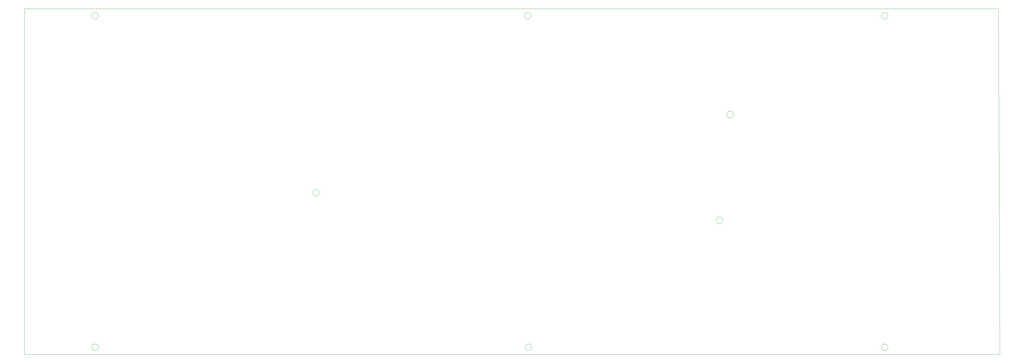
<source format=gbr>
%TF.GenerationSoftware,KiCad,Pcbnew,9.0.6*%
%TF.CreationDate,2025-12-11T01:20:01-06:00*%
%TF.ProjectId,KeyboardPCB,4b657962-6f61-4726-9450-43422e6b6963,rev?*%
%TF.SameCoordinates,Original*%
%TF.FileFunction,Profile,NP*%
%FSLAX46Y46*%
G04 Gerber Fmt 4.6, Leading zero omitted, Abs format (unit mm)*
G04 Created by KiCad (PCBNEW 9.0.6) date 2025-12-11 01:20:01*
%MOMM*%
%LPD*%
G01*
G04 APERTURE LIST*
%TA.AperFunction,Profile*%
%ADD10C,0.050000*%
%TD*%
G04 APERTURE END LIST*
D10*
X280600000Y-63500000D02*
G75*
G02*
X278200000Y-63500000I-1200000J0D01*
G01*
X278200000Y-63500000D02*
G75*
G02*
X280600000Y-63500000I1200000J0D01*
G01*
X336226000Y-27940000D02*
G75*
G02*
X333826000Y-27940000I-1200000J0D01*
G01*
X333826000Y-27940000D02*
G75*
G02*
X336226000Y-27940000I1200000J0D01*
G01*
X276790000Y-101600000D02*
G75*
G02*
X274390000Y-101600000I-1200000J0D01*
G01*
X274390000Y-101600000D02*
G75*
G02*
X276790000Y-101600000I1200000J0D01*
G01*
X131502000Y-91694000D02*
G75*
G02*
X129102000Y-91694000I-1200000J0D01*
G01*
X129102000Y-91694000D02*
G75*
G02*
X131502000Y-91694000I1200000J0D01*
G01*
X336226000Y-147320000D02*
G75*
G02*
X333826000Y-147320000I-1200000J0D01*
G01*
X333826000Y-147320000D02*
G75*
G02*
X336226000Y-147320000I1200000J0D01*
G01*
X207956000Y-147320000D02*
G75*
G02*
X205556000Y-147320000I-1200000J0D01*
G01*
X205556000Y-147320000D02*
G75*
G02*
X207956000Y-147320000I1200000J0D01*
G01*
X52000000Y-27940000D02*
G75*
G02*
X49600000Y-27940000I-1200000J0D01*
G01*
X49600000Y-27940000D02*
G75*
G02*
X52000000Y-27940000I1200000J0D01*
G01*
X52000000Y-147320000D02*
G75*
G02*
X49600000Y-147320000I-1200000J0D01*
G01*
X49600000Y-147320000D02*
G75*
G02*
X52000000Y-147320000I1200000J0D01*
G01*
X207702000Y-27940000D02*
G75*
G02*
X205302000Y-27940000I-1200000J0D01*
G01*
X205302000Y-27940000D02*
G75*
G02*
X207702000Y-27940000I1200000J0D01*
G01*
X376396250Y-149860000D02*
X375920000Y-25400000D01*
X25400000Y-149860000D02*
X376396250Y-149860000D01*
X25400000Y-25400000D02*
X25400000Y-149860000D01*
X375920000Y-25400000D02*
X25400000Y-25400000D01*
M02*

</source>
